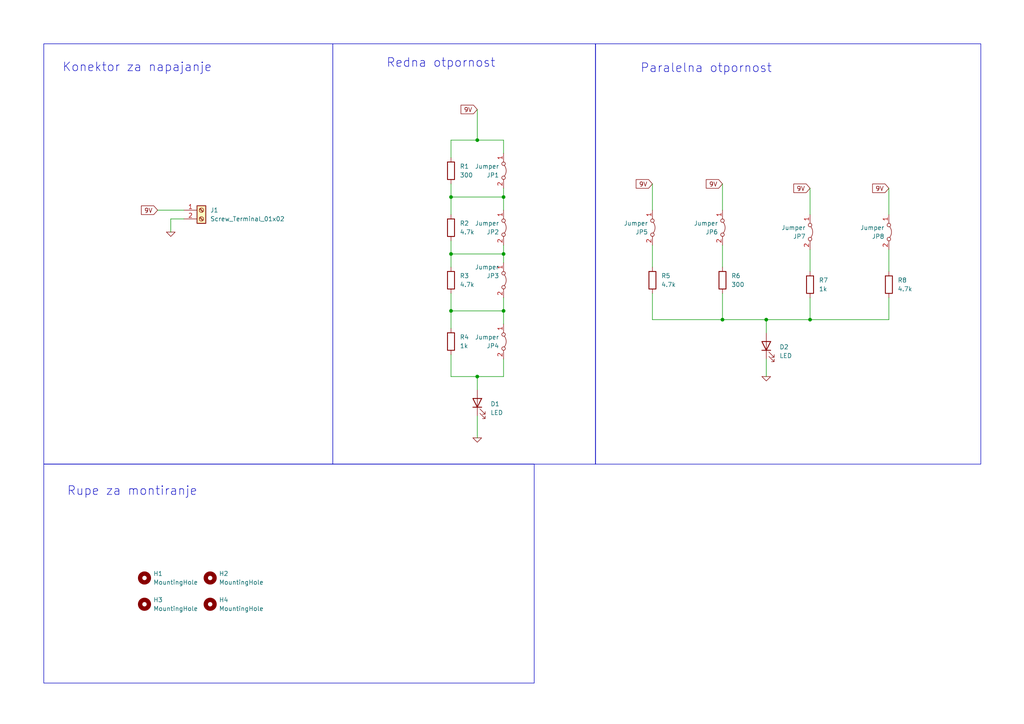
<source format=kicad_sch>
(kicad_sch
	(version 20231120)
	(generator "eeschema")
	(generator_version "8.0")
	(uuid "4bec5ddf-adbf-41fb-a069-c7630bb0044a")
	(paper "A4")
	(title_block
		(title "Redna i paralelna otpornost")
		(date "14.02.2025.")
	)
	(lib_symbols
		(symbol "Connector:Screw_Terminal_01x02"
			(pin_names
				(offset 1.016) hide)
			(exclude_from_sim no)
			(in_bom yes)
			(on_board yes)
			(property "Reference" "J"
				(at 0 2.54 0)
				(effects
					(font
						(size 1.27 1.27)
					)
				)
			)
			(property "Value" "Screw_Terminal_01x02"
				(at 0 -5.08 0)
				(effects
					(font
						(size 1.27 1.27)
					)
				)
			)
			(property "Footprint" ""
				(at 0 0 0)
				(effects
					(font
						(size 1.27 1.27)
					)
					(hide yes)
				)
			)
			(property "Datasheet" "~"
				(at 0 0 0)
				(effects
					(font
						(size 1.27 1.27)
					)
					(hide yes)
				)
			)
			(property "Description" "Generic screw terminal, single row, 01x02, script generated (kicad-library-utils/schlib/autogen/connector/)"
				(at 0 0 0)
				(effects
					(font
						(size 1.27 1.27)
					)
					(hide yes)
				)
			)
			(property "ki_keywords" "screw terminal"
				(at 0 0 0)
				(effects
					(font
						(size 1.27 1.27)
					)
					(hide yes)
				)
			)
			(property "ki_fp_filters" "TerminalBlock*:*"
				(at 0 0 0)
				(effects
					(font
						(size 1.27 1.27)
					)
					(hide yes)
				)
			)
			(symbol "Screw_Terminal_01x02_1_1"
				(rectangle
					(start -1.27 1.27)
					(end 1.27 -3.81)
					(stroke
						(width 0.254)
						(type default)
					)
					(fill
						(type background)
					)
				)
				(circle
					(center 0 -2.54)
					(radius 0.635)
					(stroke
						(width 0.1524)
						(type default)
					)
					(fill
						(type none)
					)
				)
				(polyline
					(pts
						(xy -0.5334 -2.2098) (xy 0.3302 -3.048)
					)
					(stroke
						(width 0.1524)
						(type default)
					)
					(fill
						(type none)
					)
				)
				(polyline
					(pts
						(xy -0.5334 0.3302) (xy 0.3302 -0.508)
					)
					(stroke
						(width 0.1524)
						(type default)
					)
					(fill
						(type none)
					)
				)
				(polyline
					(pts
						(xy -0.3556 -2.032) (xy 0.508 -2.8702)
					)
					(stroke
						(width 0.1524)
						(type default)
					)
					(fill
						(type none)
					)
				)
				(polyline
					(pts
						(xy -0.3556 0.508) (xy 0.508 -0.3302)
					)
					(stroke
						(width 0.1524)
						(type default)
					)
					(fill
						(type none)
					)
				)
				(circle
					(center 0 0)
					(radius 0.635)
					(stroke
						(width 0.1524)
						(type default)
					)
					(fill
						(type none)
					)
				)
				(pin passive line
					(at -5.08 0 0)
					(length 3.81)
					(name "Pin_1"
						(effects
							(font
								(size 1.27 1.27)
							)
						)
					)
					(number "1"
						(effects
							(font
								(size 1.27 1.27)
							)
						)
					)
				)
				(pin passive line
					(at -5.08 -2.54 0)
					(length 3.81)
					(name "Pin_2"
						(effects
							(font
								(size 1.27 1.27)
							)
						)
					)
					(number "2"
						(effects
							(font
								(size 1.27 1.27)
							)
						)
					)
				)
			)
		)
		(symbol "Device:LED"
			(pin_numbers hide)
			(pin_names
				(offset 1.016) hide)
			(exclude_from_sim no)
			(in_bom yes)
			(on_board yes)
			(property "Reference" "D"
				(at 0 2.54 0)
				(effects
					(font
						(size 1.27 1.27)
					)
				)
			)
			(property "Value" "LED"
				(at 0 -2.54 0)
				(effects
					(font
						(size 1.27 1.27)
					)
				)
			)
			(property "Footprint" ""
				(at 0 0 0)
				(effects
					(font
						(size 1.27 1.27)
					)
					(hide yes)
				)
			)
			(property "Datasheet" "~"
				(at 0 0 0)
				(effects
					(font
						(size 1.27 1.27)
					)
					(hide yes)
				)
			)
			(property "Description" "Light emitting diode"
				(at 0 0 0)
				(effects
					(font
						(size 1.27 1.27)
					)
					(hide yes)
				)
			)
			(property "ki_keywords" "LED diode"
				(at 0 0 0)
				(effects
					(font
						(size 1.27 1.27)
					)
					(hide yes)
				)
			)
			(property "ki_fp_filters" "LED* LED_SMD:* LED_THT:*"
				(at 0 0 0)
				(effects
					(font
						(size 1.27 1.27)
					)
					(hide yes)
				)
			)
			(symbol "LED_0_1"
				(polyline
					(pts
						(xy -1.27 -1.27) (xy -1.27 1.27)
					)
					(stroke
						(width 0.254)
						(type default)
					)
					(fill
						(type none)
					)
				)
				(polyline
					(pts
						(xy -1.27 0) (xy 1.27 0)
					)
					(stroke
						(width 0)
						(type default)
					)
					(fill
						(type none)
					)
				)
				(polyline
					(pts
						(xy 1.27 -1.27) (xy 1.27 1.27) (xy -1.27 0) (xy 1.27 -1.27)
					)
					(stroke
						(width 0.254)
						(type default)
					)
					(fill
						(type none)
					)
				)
				(polyline
					(pts
						(xy -3.048 -0.762) (xy -4.572 -2.286) (xy -3.81 -2.286) (xy -4.572 -2.286) (xy -4.572 -1.524)
					)
					(stroke
						(width 0)
						(type default)
					)
					(fill
						(type none)
					)
				)
				(polyline
					(pts
						(xy -1.778 -0.762) (xy -3.302 -2.286) (xy -2.54 -2.286) (xy -3.302 -2.286) (xy -3.302 -1.524)
					)
					(stroke
						(width 0)
						(type default)
					)
					(fill
						(type none)
					)
				)
			)
			(symbol "LED_1_1"
				(pin passive line
					(at -3.81 0 0)
					(length 2.54)
					(name "K"
						(effects
							(font
								(size 1.27 1.27)
							)
						)
					)
					(number "1"
						(effects
							(font
								(size 1.27 1.27)
							)
						)
					)
				)
				(pin passive line
					(at 3.81 0 180)
					(length 2.54)
					(name "A"
						(effects
							(font
								(size 1.27 1.27)
							)
						)
					)
					(number "2"
						(effects
							(font
								(size 1.27 1.27)
							)
						)
					)
				)
			)
		)
		(symbol "Device:R"
			(pin_numbers hide)
			(pin_names
				(offset 0)
			)
			(exclude_from_sim no)
			(in_bom yes)
			(on_board yes)
			(property "Reference" "R"
				(at 2.032 0 90)
				(effects
					(font
						(size 1.27 1.27)
					)
				)
			)
			(property "Value" "R"
				(at 0 0 90)
				(effects
					(font
						(size 1.27 1.27)
					)
				)
			)
			(property "Footprint" ""
				(at -1.778 0 90)
				(effects
					(font
						(size 1.27 1.27)
					)
					(hide yes)
				)
			)
			(property "Datasheet" "~"
				(at 0 0 0)
				(effects
					(font
						(size 1.27 1.27)
					)
					(hide yes)
				)
			)
			(property "Description" "Resistor"
				(at 0 0 0)
				(effects
					(font
						(size 1.27 1.27)
					)
					(hide yes)
				)
			)
			(property "ki_keywords" "R res resistor"
				(at 0 0 0)
				(effects
					(font
						(size 1.27 1.27)
					)
					(hide yes)
				)
			)
			(property "ki_fp_filters" "R_*"
				(at 0 0 0)
				(effects
					(font
						(size 1.27 1.27)
					)
					(hide yes)
				)
			)
			(symbol "R_0_1"
				(rectangle
					(start -1.016 -2.54)
					(end 1.016 2.54)
					(stroke
						(width 0.254)
						(type default)
					)
					(fill
						(type none)
					)
				)
			)
			(symbol "R_1_1"
				(pin passive line
					(at 0 3.81 270)
					(length 1.27)
					(name "~"
						(effects
							(font
								(size 1.27 1.27)
							)
						)
					)
					(number "1"
						(effects
							(font
								(size 1.27 1.27)
							)
						)
					)
				)
				(pin passive line
					(at 0 -3.81 90)
					(length 1.27)
					(name "~"
						(effects
							(font
								(size 1.27 1.27)
							)
						)
					)
					(number "2"
						(effects
							(font
								(size 1.27 1.27)
							)
						)
					)
				)
			)
		)
		(symbol "Jumper:Jumper_2_Bridged"
			(pin_names
				(offset 0) hide)
			(exclude_from_sim no)
			(in_bom yes)
			(on_board yes)
			(property "Reference" "JP"
				(at 0 1.905 0)
				(effects
					(font
						(size 1.27 1.27)
					)
				)
			)
			(property "Value" "Jumper_2_Bridged"
				(at 0 -2.54 0)
				(effects
					(font
						(size 1.27 1.27)
					)
				)
			)
			(property "Footprint" ""
				(at 0 0 0)
				(effects
					(font
						(size 1.27 1.27)
					)
					(hide yes)
				)
			)
			(property "Datasheet" "~"
				(at 0 0 0)
				(effects
					(font
						(size 1.27 1.27)
					)
					(hide yes)
				)
			)
			(property "Description" "Jumper, 2-pole, closed/bridged"
				(at 0 0 0)
				(effects
					(font
						(size 1.27 1.27)
					)
					(hide yes)
				)
			)
			(property "ki_keywords" "Jumper SPST"
				(at 0 0 0)
				(effects
					(font
						(size 1.27 1.27)
					)
					(hide yes)
				)
			)
			(property "ki_fp_filters" "Jumper* TestPoint*2Pads* TestPoint*Bridge*"
				(at 0 0 0)
				(effects
					(font
						(size 1.27 1.27)
					)
					(hide yes)
				)
			)
			(symbol "Jumper_2_Bridged_0_0"
				(circle
					(center -2.032 0)
					(radius 0.508)
					(stroke
						(width 0)
						(type default)
					)
					(fill
						(type none)
					)
				)
				(circle
					(center 2.032 0)
					(radius 0.508)
					(stroke
						(width 0)
						(type default)
					)
					(fill
						(type none)
					)
				)
			)
			(symbol "Jumper_2_Bridged_0_1"
				(arc
					(start 1.524 0.254)
					(mid 0 0.762)
					(end -1.524 0.254)
					(stroke
						(width 0)
						(type default)
					)
					(fill
						(type none)
					)
				)
			)
			(symbol "Jumper_2_Bridged_1_1"
				(pin passive line
					(at -5.08 0 0)
					(length 2.54)
					(name "A"
						(effects
							(font
								(size 1.27 1.27)
							)
						)
					)
					(number "1"
						(effects
							(font
								(size 1.27 1.27)
							)
						)
					)
				)
				(pin passive line
					(at 5.08 0 180)
					(length 2.54)
					(name "B"
						(effects
							(font
								(size 1.27 1.27)
							)
						)
					)
					(number "2"
						(effects
							(font
								(size 1.27 1.27)
							)
						)
					)
				)
			)
		)
		(symbol "Mechanical:MountingHole"
			(pin_names
				(offset 1.016)
			)
			(exclude_from_sim no)
			(in_bom yes)
			(on_board yes)
			(property "Reference" "H"
				(at 0 5.08 0)
				(effects
					(font
						(size 1.27 1.27)
					)
				)
			)
			(property "Value" "MountingHole"
				(at 0 3.175 0)
				(effects
					(font
						(size 1.27 1.27)
					)
				)
			)
			(property "Footprint" ""
				(at 0 0 0)
				(effects
					(font
						(size 1.27 1.27)
					)
					(hide yes)
				)
			)
			(property "Datasheet" "~"
				(at 0 0 0)
				(effects
					(font
						(size 1.27 1.27)
					)
					(hide yes)
				)
			)
			(property "Description" "Mounting Hole without connection"
				(at 0 0 0)
				(effects
					(font
						(size 1.27 1.27)
					)
					(hide yes)
				)
			)
			(property "ki_keywords" "mounting hole"
				(at 0 0 0)
				(effects
					(font
						(size 1.27 1.27)
					)
					(hide yes)
				)
			)
			(property "ki_fp_filters" "MountingHole*"
				(at 0 0 0)
				(effects
					(font
						(size 1.27 1.27)
					)
					(hide yes)
				)
			)
			(symbol "MountingHole_0_1"
				(circle
					(center 0 0)
					(radius 1.27)
					(stroke
						(width 1.27)
						(type default)
					)
					(fill
						(type none)
					)
				)
			)
		)
		(symbol "Simulation_SPICE:0"
			(power)
			(pin_names
				(offset 0)
			)
			(exclude_from_sim no)
			(in_bom yes)
			(on_board yes)
			(property "Reference" "#GND"
				(at 0 -2.54 0)
				(effects
					(font
						(size 1.27 1.27)
					)
					(hide yes)
				)
			)
			(property "Value" "0"
				(at 0 -1.778 0)
				(effects
					(font
						(size 1.27 1.27)
					)
				)
			)
			(property "Footprint" ""
				(at 0 0 0)
				(effects
					(font
						(size 1.27 1.27)
					)
					(hide yes)
				)
			)
			(property "Datasheet" "~"
				(at 0 0 0)
				(effects
					(font
						(size 1.27 1.27)
					)
					(hide yes)
				)
			)
			(property "Description" "0V reference potential for simulation"
				(at 0 0 0)
				(effects
					(font
						(size 1.27 1.27)
					)
					(hide yes)
				)
			)
			(property "ki_keywords" "simulation"
				(at 0 0 0)
				(effects
					(font
						(size 1.27 1.27)
					)
					(hide yes)
				)
			)
			(symbol "0_0_1"
				(polyline
					(pts
						(xy -1.27 0) (xy 0 -1.27) (xy 1.27 0) (xy -1.27 0)
					)
					(stroke
						(width 0)
						(type default)
					)
					(fill
						(type none)
					)
				)
			)
			(symbol "0_1_1"
				(pin power_in line
					(at 0 0 0)
					(length 0) hide
					(name "0"
						(effects
							(font
								(size 1.016 1.016)
							)
						)
					)
					(number "1"
						(effects
							(font
								(size 1.016 1.016)
							)
						)
					)
				)
			)
		)
	)
	(junction
		(at 138.43 40.64)
		(diameter 0)
		(color 0 0 0 0)
		(uuid "28359f30-473d-438d-8026-f332cae6e9da")
	)
	(junction
		(at 222.25 92.71)
		(diameter 0)
		(color 0 0 0 0)
		(uuid "4285b38a-3bcf-4dee-8558-a23177b8898b")
	)
	(junction
		(at 234.95 92.71)
		(diameter 0)
		(color 0 0 0 0)
		(uuid "54cc0ed7-a1e4-4f1d-9516-897777585cb5")
	)
	(junction
		(at 146.05 57.15)
		(diameter 0)
		(color 0 0 0 0)
		(uuid "61798637-91a5-4f7c-a318-152a44b43dbc")
	)
	(junction
		(at 130.81 73.66)
		(diameter 0)
		(color 0 0 0 0)
		(uuid "688a633b-ea5b-4532-9aa6-cc2a546ab1cc")
	)
	(junction
		(at 130.81 57.15)
		(diameter 0)
		(color 0 0 0 0)
		(uuid "71ea5f28-9e42-49bc-bb69-94b48b8e9ae3")
	)
	(junction
		(at 209.55 92.71)
		(diameter 0)
		(color 0 0 0 0)
		(uuid "7c1766ce-eb91-457c-a2c1-960643d4662b")
	)
	(junction
		(at 146.05 90.17)
		(diameter 0)
		(color 0 0 0 0)
		(uuid "873c78dd-8bf4-4ede-92c3-9bba063ebd49")
	)
	(junction
		(at 138.43 109.22)
		(diameter 0)
		(color 0 0 0 0)
		(uuid "9b32aed4-fcaf-4167-b502-2f8a3803714e")
	)
	(junction
		(at 130.81 90.17)
		(diameter 0)
		(color 0 0 0 0)
		(uuid "a11dfbe8-0e8c-4b74-a10e-dd6ddfd003e1")
	)
	(junction
		(at 146.05 73.66)
		(diameter 0)
		(color 0 0 0 0)
		(uuid "c34e9315-b142-4baf-aa65-3851c9a892af")
	)
	(wire
		(pts
			(xy 130.81 90.17) (xy 130.81 95.25)
		)
		(stroke
			(width 0)
			(type default)
		)
		(uuid "0530f049-245d-48d3-9ddd-b3571f16de75")
	)
	(wire
		(pts
			(xy 130.81 40.64) (xy 130.81 45.72)
		)
		(stroke
			(width 0)
			(type default)
		)
		(uuid "10f7f194-1784-408c-9caa-04247f945ae3")
	)
	(wire
		(pts
			(xy 130.81 102.87) (xy 130.81 109.22)
		)
		(stroke
			(width 0)
			(type default)
		)
		(uuid "246c7c52-2263-45e1-ad4f-099824dbc729")
	)
	(wire
		(pts
			(xy 234.95 86.36) (xy 234.95 92.71)
		)
		(stroke
			(width 0)
			(type default)
		)
		(uuid "2f90c028-f1c8-494f-af45-cc07feb082ff")
	)
	(wire
		(pts
			(xy 209.55 92.71) (xy 222.25 92.71)
		)
		(stroke
			(width 0)
			(type default)
		)
		(uuid "3d37b932-ee36-4e25-b9f6-dea61057c165")
	)
	(wire
		(pts
			(xy 130.81 69.85) (xy 130.81 73.66)
		)
		(stroke
			(width 0)
			(type default)
		)
		(uuid "40c4da73-0e01-4aa4-9386-1a76374d8d02")
	)
	(wire
		(pts
			(xy 146.05 40.64) (xy 146.05 44.45)
		)
		(stroke
			(width 0)
			(type default)
		)
		(uuid "46c28472-eced-408c-b6f0-6e5dbfe551b5")
	)
	(wire
		(pts
			(xy 130.81 40.64) (xy 138.43 40.64)
		)
		(stroke
			(width 0)
			(type default)
		)
		(uuid "482a67ab-2366-4387-9c36-71e000f1433d")
	)
	(wire
		(pts
			(xy 146.05 90.17) (xy 146.05 93.98)
		)
		(stroke
			(width 0)
			(type default)
		)
		(uuid "52b71cff-ce35-4253-a243-c3f9e24c97eb")
	)
	(wire
		(pts
			(xy 146.05 109.22) (xy 138.43 109.22)
		)
		(stroke
			(width 0)
			(type default)
		)
		(uuid "5d3c67d8-9348-4cf7-9847-96ad30f1d26a")
	)
	(wire
		(pts
			(xy 146.05 73.66) (xy 146.05 71.12)
		)
		(stroke
			(width 0)
			(type default)
		)
		(uuid "602ad33a-46c0-4ba9-b693-395ea4517d98")
	)
	(wire
		(pts
			(xy 209.55 85.09) (xy 209.55 92.71)
		)
		(stroke
			(width 0)
			(type default)
		)
		(uuid "62a3790a-440a-4cb1-b38a-b555e88afbb0")
	)
	(wire
		(pts
			(xy 53.34 60.96) (xy 45.72 60.96)
		)
		(stroke
			(width 0)
			(type default)
		)
		(uuid "65122e7f-9906-440c-babe-53ce0ff1e12c")
	)
	(wire
		(pts
			(xy 130.81 57.15) (xy 130.81 62.23)
		)
		(stroke
			(width 0)
			(type default)
		)
		(uuid "6e2b0665-8bf6-4df2-b454-e01bf6f81110")
	)
	(wire
		(pts
			(xy 189.23 92.71) (xy 209.55 92.71)
		)
		(stroke
			(width 0)
			(type default)
		)
		(uuid "7ddec014-fd5c-4c10-ba3c-aa9a69bdc903")
	)
	(wire
		(pts
			(xy 189.23 85.09) (xy 189.23 92.71)
		)
		(stroke
			(width 0)
			(type default)
		)
		(uuid "84c5d4fe-42c0-4552-89b6-efcb571b84b7")
	)
	(wire
		(pts
			(xy 189.23 53.34) (xy 189.23 60.96)
		)
		(stroke
			(width 0)
			(type default)
		)
		(uuid "87c7f87a-ccd3-49aa-891e-eb25ff31274c")
	)
	(wire
		(pts
			(xy 222.25 92.71) (xy 222.25 96.52)
		)
		(stroke
			(width 0)
			(type default)
		)
		(uuid "933b9188-7416-4626-b952-33458f61175a")
	)
	(wire
		(pts
			(xy 189.23 71.12) (xy 189.23 77.47)
		)
		(stroke
			(width 0)
			(type default)
		)
		(uuid "9d472aa0-dea7-4f0a-a1b6-6a6d3e1cd921")
	)
	(wire
		(pts
			(xy 209.55 71.12) (xy 209.55 77.47)
		)
		(stroke
			(width 0)
			(type default)
		)
		(uuid "9ff0d05e-0fd8-4cd5-bcca-ae6bb2bfb409")
	)
	(wire
		(pts
			(xy 130.81 73.66) (xy 130.81 77.47)
		)
		(stroke
			(width 0)
			(type default)
		)
		(uuid "a1927151-6f4f-4af3-a25e-e533c8d53c64")
	)
	(wire
		(pts
			(xy 138.43 31.75) (xy 138.43 40.64)
		)
		(stroke
			(width 0)
			(type default)
		)
		(uuid "a22b3d22-9df6-4a5c-b955-da70db8e4ba0")
	)
	(wire
		(pts
			(xy 222.25 92.71) (xy 234.95 92.71)
		)
		(stroke
			(width 0)
			(type default)
		)
		(uuid "a5dd9ac8-7d67-4479-8801-48100ccd04aa")
	)
	(wire
		(pts
			(xy 234.95 92.71) (xy 257.81 92.71)
		)
		(stroke
			(width 0)
			(type default)
		)
		(uuid "a9cbbabe-e744-4fab-93bf-b36061c75c51")
	)
	(wire
		(pts
			(xy 130.81 85.09) (xy 130.81 90.17)
		)
		(stroke
			(width 0)
			(type default)
		)
		(uuid "aa239206-031f-4e26-8008-bb1996d25d7d")
	)
	(wire
		(pts
			(xy 146.05 73.66) (xy 146.05 76.2)
		)
		(stroke
			(width 0)
			(type default)
		)
		(uuid "ae254b71-0516-4929-8e67-8a3dcd59405e")
	)
	(wire
		(pts
			(xy 257.81 72.39) (xy 257.81 78.74)
		)
		(stroke
			(width 0)
			(type default)
		)
		(uuid "b1b3081c-743d-4dd4-b4a8-5df0dd15a40d")
	)
	(wire
		(pts
			(xy 257.81 86.36) (xy 257.81 92.71)
		)
		(stroke
			(width 0)
			(type default)
		)
		(uuid "b5975ca5-3b99-479c-bd66-be5ee671f27f")
	)
	(wire
		(pts
			(xy 130.81 90.17) (xy 146.05 90.17)
		)
		(stroke
			(width 0)
			(type default)
		)
		(uuid "b6e9253d-dacb-4cc4-b229-5c6646f8308d")
	)
	(wire
		(pts
			(xy 209.55 53.34) (xy 209.55 60.96)
		)
		(stroke
			(width 0)
			(type default)
		)
		(uuid "b83cbce5-1371-41b7-881a-ca0fad42489d")
	)
	(wire
		(pts
			(xy 146.05 86.36) (xy 146.05 90.17)
		)
		(stroke
			(width 0)
			(type default)
		)
		(uuid "bb087a37-ef0f-4074-8388-b30038a8e3b9")
	)
	(wire
		(pts
			(xy 130.81 57.15) (xy 146.05 57.15)
		)
		(stroke
			(width 0)
			(type default)
		)
		(uuid "c079d424-8f06-431c-bec3-45676c4606d7")
	)
	(wire
		(pts
			(xy 234.95 72.39) (xy 234.95 78.74)
		)
		(stroke
			(width 0)
			(type default)
		)
		(uuid "c5af33f0-3aa5-4db4-b40a-99d9dc54003e")
	)
	(wire
		(pts
			(xy 49.53 63.5) (xy 53.34 63.5)
		)
		(stroke
			(width 0)
			(type default)
		)
		(uuid "c8841d33-7036-40c0-b328-88b7fa2a063c")
	)
	(wire
		(pts
			(xy 130.81 53.34) (xy 130.81 57.15)
		)
		(stroke
			(width 0)
			(type default)
		)
		(uuid "d13148a3-38a2-48b2-bc9e-c724ebe5da9b")
	)
	(wire
		(pts
			(xy 146.05 57.15) (xy 146.05 60.96)
		)
		(stroke
			(width 0)
			(type default)
		)
		(uuid "dabf0cfc-dcb3-4364-a15c-cf804a9370da")
	)
	(wire
		(pts
			(xy 138.43 120.65) (xy 138.43 127)
		)
		(stroke
			(width 0)
			(type default)
		)
		(uuid "e09a9d02-eab3-4979-9cad-e3c2c60d9686")
	)
	(wire
		(pts
			(xy 234.95 54.61) (xy 234.95 62.23)
		)
		(stroke
			(width 0)
			(type default)
		)
		(uuid "e4b5f5f2-9bd4-43ac-b424-1740bca66faf")
	)
	(wire
		(pts
			(xy 146.05 104.14) (xy 146.05 109.22)
		)
		(stroke
			(width 0)
			(type default)
		)
		(uuid "e4d8cb49-a33f-4bf3-b16e-ef625f01895a")
	)
	(wire
		(pts
			(xy 138.43 40.64) (xy 146.05 40.64)
		)
		(stroke
			(width 0)
			(type default)
		)
		(uuid "e615d72c-4058-4220-91e9-652cf89aaafe")
	)
	(wire
		(pts
			(xy 130.81 73.66) (xy 146.05 73.66)
		)
		(stroke
			(width 0)
			(type default)
		)
		(uuid "ee54fe7b-8da6-48d0-926a-39f75cc31914")
	)
	(wire
		(pts
			(xy 130.81 109.22) (xy 138.43 109.22)
		)
		(stroke
			(width 0)
			(type default)
		)
		(uuid "f3978f4f-6a2f-495b-b2c1-4cf2b64efdaf")
	)
	(wire
		(pts
			(xy 222.25 104.14) (xy 222.25 109.22)
		)
		(stroke
			(width 0)
			(type default)
		)
		(uuid "f4ad0b03-3b77-4ef7-b4b9-415587baeb17")
	)
	(wire
		(pts
			(xy 49.53 63.5) (xy 49.53 67.31)
		)
		(stroke
			(width 0)
			(type default)
		)
		(uuid "f6a3c51d-3db5-4f44-8c2a-3ff5d0d5bcbc")
	)
	(wire
		(pts
			(xy 146.05 57.15) (xy 146.05 54.61)
		)
		(stroke
			(width 0)
			(type default)
		)
		(uuid "fb5c3637-ba3e-4cfc-aedd-064924b887ce")
	)
	(wire
		(pts
			(xy 138.43 109.22) (xy 138.43 113.03)
		)
		(stroke
			(width 0)
			(type default)
		)
		(uuid "fcd76a20-1f3d-424c-92fb-9e067b2ecaf4")
	)
	(wire
		(pts
			(xy 257.81 54.61) (xy 257.81 62.23)
		)
		(stroke
			(width 0)
			(type default)
		)
		(uuid "fea08b95-983b-4e61-ac06-8403f7e699d7")
	)
	(rectangle
		(start 12.7 12.7)
		(end 96.52 134.62)
		(stroke
			(width 0)
			(type default)
		)
		(fill
			(type none)
		)
		(uuid 2e57c3fd-abbd-457a-8813-a13913f51f2d)
	)
	(rectangle
		(start 96.52 12.7)
		(end 172.72 134.62)
		(stroke
			(width 0)
			(type default)
		)
		(fill
			(type none)
		)
		(uuid 32e2cb8c-111a-41a4-8418-16eacd71d4bb)
	)
	(rectangle
		(start 12.7 134.62)
		(end 154.94 198.12)
		(stroke
			(width 0)
			(type default)
		)
		(fill
			(type none)
		)
		(uuid 7edff990-3ada-42a6-9be8-f0d62348deea)
	)
	(rectangle
		(start 172.72 12.7)
		(end 284.48 134.62)
		(stroke
			(width 0)
			(type default)
		)
		(fill
			(type none)
		)
		(uuid b1e26c79-f256-4eec-9255-412499c97251)
	)
	(text "Konektor za napajanje"
		(exclude_from_sim no)
		(at 18.034 21.082 0)
		(effects
			(font
				(size 2.54 2.54)
			)
			(justify left bottom)
		)
		(uuid "545dd991-b209-4b5c-84ff-c673315ab54e")
	)
	(text "Rupe za montiranje"
		(exclude_from_sim no)
		(at 38.354 142.494 0)
		(effects
			(font
				(size 2.54 2.54)
			)
		)
		(uuid "7f2ff369-1316-447e-bd1f-ceabb0ea6030")
	)
	(text "Paralelna otpornost\n"
		(exclude_from_sim no)
		(at 185.674 21.336 0)
		(effects
			(font
				(size 2.54 2.54)
			)
			(justify left bottom)
		)
		(uuid "aa184478-078a-4a0f-8014-fb886a752262")
	)
	(text "Redna otpornost\n"
		(exclude_from_sim no)
		(at 112.014 19.812 0)
		(effects
			(font
				(size 2.54 2.54)
			)
			(justify left bottom)
		)
		(uuid "b08bf2d3-f186-46b9-8706-0a28f767795e")
	)
	(global_label "9V"
		(shape input)
		(at 189.23 53.34 180)
		(fields_autoplaced yes)
		(effects
			(font
				(size 1.27 1.27)
			)
			(justify right)
		)
		(uuid "05100cc9-a243-4b3f-887c-e07b06059114")
		(property "Intersheetrefs" "${INTERSHEET_REFS}"
			(at 183.9467 53.34 0)
			(effects
				(font
					(size 1.27 1.27)
				)
				(justify right)
				(hide yes)
			)
		)
	)
	(global_label "9V"
		(shape input)
		(at 138.43 31.75 180)
		(fields_autoplaced yes)
		(effects
			(font
				(size 1.27 1.27)
			)
			(justify right)
		)
		(uuid "0fb6402e-b6e8-407c-81b3-0d1d489e365a")
		(property "Intersheetrefs" "${INTERSHEET_REFS}"
			(at 133.1467 31.75 0)
			(effects
				(font
					(size 1.27 1.27)
				)
				(justify right)
				(hide yes)
			)
		)
	)
	(global_label "9V"
		(shape input)
		(at 45.72 60.96 180)
		(fields_autoplaced yes)
		(effects
			(font
				(size 1.27 1.27)
			)
			(justify right)
		)
		(uuid "18ec2ac0-7c58-4c9a-9b74-55524df268b3")
		(property "Intersheetrefs" "${INTERSHEET_REFS}"
			(at 40.4367 60.96 0)
			(effects
				(font
					(size 1.27 1.27)
				)
				(justify right)
				(hide yes)
			)
		)
	)
	(global_label "9V"
		(shape input)
		(at 257.81 54.61 180)
		(fields_autoplaced yes)
		(effects
			(font
				(size 1.27 1.27)
			)
			(justify right)
		)
		(uuid "3927bfb2-9123-4b6f-941f-39618d9f6b40")
		(property "Intersheetrefs" "${INTERSHEET_REFS}"
			(at 252.5267 54.61 0)
			(effects
				(font
					(size 1.27 1.27)
				)
				(justify right)
				(hide yes)
			)
		)
	)
	(global_label "9V"
		(shape input)
		(at 209.55 53.34 180)
		(fields_autoplaced yes)
		(effects
			(font
				(size 1.27 1.27)
			)
			(justify right)
		)
		(uuid "ba903663-746f-450d-bf0a-e0840112092b")
		(property "Intersheetrefs" "${INTERSHEET_REFS}"
			(at 204.2667 53.34 0)
			(effects
				(font
					(size 1.27 1.27)
				)
				(justify right)
				(hide yes)
			)
		)
	)
	(global_label "9V"
		(shape input)
		(at 234.95 54.61 180)
		(fields_autoplaced yes)
		(effects
			(font
				(size 1.27 1.27)
			)
			(justify right)
		)
		(uuid "cd97f2b1-6e16-4831-949a-b48f310bebd0")
		(property "Intersheetrefs" "${INTERSHEET_REFS}"
			(at 229.6667 54.61 0)
			(effects
				(font
					(size 1.27 1.27)
				)
				(justify right)
				(hide yes)
			)
		)
	)
	(symbol
		(lib_id "Device:R")
		(at 130.81 81.28 0)
		(unit 1)
		(exclude_from_sim no)
		(in_bom yes)
		(on_board yes)
		(dnp no)
		(uuid "0a2e286b-bbb7-482e-b5df-cfd37eb6e3c1")
		(property "Reference" "R3"
			(at 133.35 80.01 0)
			(effects
				(font
					(size 1.27 1.27)
				)
				(justify left)
			)
		)
		(property "Value" "4.7k"
			(at 133.35 82.55 0)
			(effects
				(font
					(size 1.27 1.27)
				)
				(justify left)
			)
		)
		(property "Footprint" "PEP_library:R_smd"
			(at 129.032 81.28 90)
			(effects
				(font
					(size 1.27 1.27)
				)
				(hide yes)
			)
		)
		(property "Datasheet" "~"
			(at 130.81 81.28 0)
			(effects
				(font
					(size 1.27 1.27)
				)
				(hide yes)
			)
		)
		(property "Description" ""
			(at 130.81 81.28 0)
			(effects
				(font
					(size 1.27 1.27)
				)
				(hide yes)
			)
		)
		(pin "1"
			(uuid "3eb06263-2881-4e44-8119-52ddde7c2582")
		)
		(pin "2"
			(uuid "1c6eb7d3-09f4-4a05-ba01-ea6611f23597")
		)
		(instances
			(project "PEP003-redna_i_paralelna_otpornost"
				(path "/4bec5ddf-adbf-41fb-a069-c7630bb0044a"
					(reference "R3")
					(unit 1)
				)
			)
		)
	)
	(symbol
		(lib_id "Mechanical:MountingHole")
		(at 41.91 175.26 0)
		(unit 1)
		(exclude_from_sim no)
		(in_bom yes)
		(on_board yes)
		(dnp no)
		(fields_autoplaced yes)
		(uuid "0c3764e9-1df8-4553-89ea-56bfbfbc7b81")
		(property "Reference" "H3"
			(at 44.45 173.99 0)
			(effects
				(font
					(size 1.27 1.27)
				)
				(justify left)
			)
		)
		(property "Value" "MountingHole"
			(at 44.45 176.53 0)
			(effects
				(font
					(size 1.27 1.27)
				)
				(justify left)
			)
		)
		(property "Footprint" "MountingHole:MountingHole_3.2mm_M3_ISO14580_Pad_TopBottom"
			(at 41.91 175.26 0)
			(effects
				(font
					(size 1.27 1.27)
				)
				(hide yes)
			)
		)
		(property "Datasheet" "~"
			(at 41.91 175.26 0)
			(effects
				(font
					(size 1.27 1.27)
				)
				(hide yes)
			)
		)
		(property "Description" ""
			(at 41.91 175.26 0)
			(effects
				(font
					(size 1.27 1.27)
				)
				(hide yes)
			)
		)
		(instances
			(project "45x45_template"
				(path "/4bec5ddf-adbf-41fb-a069-c7630bb0044a"
					(reference "H3")
					(unit 1)
				)
			)
		)
	)
	(symbol
		(lib_id "Jumper:Jumper_2_Bridged")
		(at 146.05 81.28 270)
		(unit 1)
		(exclude_from_sim no)
		(in_bom yes)
		(on_board yes)
		(dnp no)
		(uuid "109861e3-ce3a-438f-a230-c2d4f23acef2")
		(property "Reference" "JP3"
			(at 144.78 80.01 90)
			(effects
				(font
					(size 1.27 1.27)
				)
				(justify right)
			)
		)
		(property "Value" "Jumper"
			(at 144.78 77.47 90)
			(effects
				(font
					(size 1.27 1.27)
				)
				(justify right)
			)
		)
		(property "Footprint" "Connector_PinHeader_2.54mm:PinHeader_1x02_P2.54mm_Vertical"
			(at 146.05 81.28 0)
			(effects
				(font
					(size 1.27 1.27)
				)
				(hide yes)
			)
		)
		(property "Datasheet" "~"
			(at 146.05 81.28 0)
			(effects
				(font
					(size 1.27 1.27)
				)
				(hide yes)
			)
		)
		(property "Description" ""
			(at 146.05 81.28 0)
			(effects
				(font
					(size 1.27 1.27)
				)
				(hide yes)
			)
		)
		(pin "2"
			(uuid "5e8dbd61-e228-4c6a-8f8d-d287fb3807a5")
		)
		(pin "1"
			(uuid "af7c4e23-ec22-4cfb-8cf3-b96ba6012198")
		)
		(instances
			(project "PEP003-redna_i_paralelna_otpornost"
				(path "/4bec5ddf-adbf-41fb-a069-c7630bb0044a"
					(reference "JP3")
					(unit 1)
				)
			)
		)
	)
	(symbol
		(lib_id "Simulation_SPICE:0")
		(at 138.43 127 0)
		(unit 1)
		(exclude_from_sim no)
		(in_bom yes)
		(on_board yes)
		(dnp no)
		(fields_autoplaced yes)
		(uuid "18e620a5-ae76-4099-9a7c-3340900d139f")
		(property "Reference" "#GND02"
			(at 138.43 129.54 0)
			(effects
				(font
					(size 1.27 1.27)
				)
				(hide yes)
			)
		)
		(property "Value" "0"
			(at 138.43 124.46 0)
			(effects
				(font
					(size 1.27 1.27)
				)
				(hide yes)
			)
		)
		(property "Footprint" ""
			(at 138.43 127 0)
			(effects
				(font
					(size 1.27 1.27)
				)
				(hide yes)
			)
		)
		(property "Datasheet" "~"
			(at 138.43 127 0)
			(effects
				(font
					(size 1.27 1.27)
				)
				(hide yes)
			)
		)
		(property "Description" ""
			(at 138.43 127 0)
			(effects
				(font
					(size 1.27 1.27)
				)
				(hide yes)
			)
		)
		(pin "1"
			(uuid "6137274d-d467-4759-a600-908d35b18de4")
		)
		(instances
			(project "PEP003-redna_i_paralelna_otpornost"
				(path "/4bec5ddf-adbf-41fb-a069-c7630bb0044a"
					(reference "#GND02")
					(unit 1)
				)
			)
		)
	)
	(symbol
		(lib_id "Jumper:Jumper_2_Bridged")
		(at 146.05 99.06 270)
		(unit 1)
		(exclude_from_sim no)
		(in_bom yes)
		(on_board yes)
		(dnp no)
		(fields_autoplaced yes)
		(uuid "23d5b3db-97ed-4edb-bcf1-39b1da50b1a8")
		(property "Reference" "JP4"
			(at 144.78 100.33 90)
			(effects
				(font
					(size 1.27 1.27)
				)
				(justify right)
			)
		)
		(property "Value" "Jumper"
			(at 144.78 97.79 90)
			(effects
				(font
					(size 1.27 1.27)
				)
				(justify right)
			)
		)
		(property "Footprint" "Connector_PinHeader_2.54mm:PinHeader_1x02_P2.54mm_Vertical"
			(at 146.05 99.06 0)
			(effects
				(font
					(size 1.27 1.27)
				)
				(hide yes)
			)
		)
		(property "Datasheet" "~"
			(at 146.05 99.06 0)
			(effects
				(font
					(size 1.27 1.27)
				)
				(hide yes)
			)
		)
		(property "Description" ""
			(at 146.05 99.06 0)
			(effects
				(font
					(size 1.27 1.27)
				)
				(hide yes)
			)
		)
		(pin "2"
			(uuid "b7d9a8ff-f8ad-44d8-a998-189b8f3f86d1")
		)
		(pin "1"
			(uuid "1d255f7b-60ca-44de-9047-a2b78a381407")
		)
		(instances
			(project "PEP003-redna_i_paralelna_otpornost"
				(path "/4bec5ddf-adbf-41fb-a069-c7630bb0044a"
					(reference "JP4")
					(unit 1)
				)
			)
		)
	)
	(symbol
		(lib_id "Device:R")
		(at 130.81 49.53 0)
		(unit 1)
		(exclude_from_sim no)
		(in_bom yes)
		(on_board yes)
		(dnp no)
		(fields_autoplaced yes)
		(uuid "2fa54441-7643-44a6-99a9-a8374ffbdd70")
		(property "Reference" "R1"
			(at 133.35 48.26 0)
			(effects
				(font
					(size 1.27 1.27)
				)
				(justify left)
			)
		)
		(property "Value" "300"
			(at 133.35 50.8 0)
			(effects
				(font
					(size 1.27 1.27)
				)
				(justify left)
			)
		)
		(property "Footprint" "PEP_library:R_smd"
			(at 129.032 49.53 90)
			(effects
				(font
					(size 1.27 1.27)
				)
				(hide yes)
			)
		)
		(property "Datasheet" "~"
			(at 130.81 49.53 0)
			(effects
				(font
					(size 1.27 1.27)
				)
				(hide yes)
			)
		)
		(property "Description" ""
			(at 130.81 49.53 0)
			(effects
				(font
					(size 1.27 1.27)
				)
				(hide yes)
			)
		)
		(pin "1"
			(uuid "1e2ddcec-3a6f-4fed-b5af-3a9975e569b1")
		)
		(pin "2"
			(uuid "82da4ce0-090d-47a9-b4bc-b78decd4fc78")
		)
		(instances
			(project "PEP003-redna_i_paralelna_otpornost"
				(path "/4bec5ddf-adbf-41fb-a069-c7630bb0044a"
					(reference "R1")
					(unit 1)
				)
			)
		)
	)
	(symbol
		(lib_id "Jumper:Jumper_2_Bridged")
		(at 146.05 49.53 270)
		(unit 1)
		(exclude_from_sim no)
		(in_bom yes)
		(on_board yes)
		(dnp no)
		(fields_autoplaced yes)
		(uuid "43068012-13cf-47c8-9f6f-403bd68e5f58")
		(property "Reference" "JP1"
			(at 144.78 50.8 90)
			(effects
				(font
					(size 1.27 1.27)
				)
				(justify right)
			)
		)
		(property "Value" "Jumper"
			(at 144.78 48.26 90)
			(effects
				(font
					(size 1.27 1.27)
				)
				(justify right)
			)
		)
		(property "Footprint" "Connector_PinHeader_2.54mm:PinHeader_1x02_P2.54mm_Vertical"
			(at 146.05 49.53 0)
			(effects
				(font
					(size 1.27 1.27)
				)
				(hide yes)
			)
		)
		(property "Datasheet" "~"
			(at 146.05 49.53 0)
			(effects
				(font
					(size 1.27 1.27)
				)
				(hide yes)
			)
		)
		(property "Description" ""
			(at 146.05 49.53 0)
			(effects
				(font
					(size 1.27 1.27)
				)
				(hide yes)
			)
		)
		(pin "2"
			(uuid "774f91c1-79e4-48e2-9181-57965a5cc4aa")
		)
		(pin "1"
			(uuid "c3471391-b4eb-4042-a263-6c72c1f469e3")
		)
		(instances
			(project "PEP003-redna_i_paralelna_otpornost"
				(path "/4bec5ddf-adbf-41fb-a069-c7630bb0044a"
					(reference "JP1")
					(unit 1)
				)
			)
		)
	)
	(symbol
		(lib_id "Jumper:Jumper_2_Bridged")
		(at 146.05 66.04 270)
		(unit 1)
		(exclude_from_sim no)
		(in_bom yes)
		(on_board yes)
		(dnp no)
		(fields_autoplaced yes)
		(uuid "4b22a29b-48a0-4ac5-9830-1bcd251c8dc4")
		(property "Reference" "JP2"
			(at 144.78 67.31 90)
			(effects
				(font
					(size 1.27 1.27)
				)
				(justify right)
			)
		)
		(property "Value" "Jumper"
			(at 144.78 64.77 90)
			(effects
				(font
					(size 1.27 1.27)
				)
				(justify right)
			)
		)
		(property "Footprint" "Connector_PinHeader_2.54mm:PinHeader_1x02_P2.54mm_Vertical"
			(at 146.05 66.04 0)
			(effects
				(font
					(size 1.27 1.27)
				)
				(hide yes)
			)
		)
		(property "Datasheet" "~"
			(at 146.05 66.04 0)
			(effects
				(font
					(size 1.27 1.27)
				)
				(hide yes)
			)
		)
		(property "Description" ""
			(at 146.05 66.04 0)
			(effects
				(font
					(size 1.27 1.27)
				)
				(hide yes)
			)
		)
		(pin "2"
			(uuid "46ed1815-7e1a-4774-9897-0d996cd9998d")
		)
		(pin "1"
			(uuid "d253a767-f2fc-4242-9639-ba193dc99ab7")
		)
		(instances
			(project "PEP003-redna_i_paralelna_otpornost"
				(path "/4bec5ddf-adbf-41fb-a069-c7630bb0044a"
					(reference "JP2")
					(unit 1)
				)
			)
		)
	)
	(symbol
		(lib_id "Device:R")
		(at 189.23 81.28 180)
		(unit 1)
		(exclude_from_sim no)
		(in_bom yes)
		(on_board yes)
		(dnp no)
		(fields_autoplaced yes)
		(uuid "629b135a-b097-4c58-ba88-96b62e5d67c4")
		(property "Reference" "R5"
			(at 191.77 80.01 0)
			(effects
				(font
					(size 1.27 1.27)
				)
				(justify right)
			)
		)
		(property "Value" "4.7k"
			(at 191.77 82.55 0)
			(effects
				(font
					(size 1.27 1.27)
				)
				(justify right)
			)
		)
		(property "Footprint" "PEP_library:R_smd"
			(at 191.008 81.28 90)
			(effects
				(font
					(size 1.27 1.27)
				)
				(hide yes)
			)
		)
		(property "Datasheet" "~"
			(at 189.23 81.28 0)
			(effects
				(font
					(size 1.27 1.27)
				)
				(hide yes)
			)
		)
		(property "Description" ""
			(at 189.23 81.28 0)
			(effects
				(font
					(size 1.27 1.27)
				)
				(hide yes)
			)
		)
		(pin "1"
			(uuid "ec903d46-b8c7-430b-8f2e-c11d1433f2eb")
		)
		(pin "2"
			(uuid "7eb72b52-1386-46e8-ae00-43132c18479a")
		)
		(instances
			(project "PEP003-redna_i_paralelna_otpornost"
				(path "/4bec5ddf-adbf-41fb-a069-c7630bb0044a"
					(reference "R5")
					(unit 1)
				)
			)
		)
	)
	(symbol
		(lib_id "Device:LED")
		(at 222.25 100.33 90)
		(unit 1)
		(exclude_from_sim no)
		(in_bom yes)
		(on_board yes)
		(dnp no)
		(fields_autoplaced yes)
		(uuid "6829e9dc-dc72-4f3b-8153-b99c2bbc3590")
		(property "Reference" "D2"
			(at 226.06 100.6475 90)
			(effects
				(font
					(size 1.27 1.27)
				)
				(justify right)
			)
		)
		(property "Value" "LED"
			(at 226.06 103.1875 90)
			(effects
				(font
					(size 1.27 1.27)
				)
				(justify right)
			)
		)
		(property "Footprint" "LED_SMD:LED_0603_1608Metric_Pad1.05x0.95mm_HandSolder"
			(at 222.25 100.33 0)
			(effects
				(font
					(size 1.27 1.27)
				)
				(hide yes)
			)
		)
		(property "Datasheet" "~"
			(at 222.25 100.33 0)
			(effects
				(font
					(size 1.27 1.27)
				)
				(hide yes)
			)
		)
		(property "Description" ""
			(at 222.25 100.33 0)
			(effects
				(font
					(size 1.27 1.27)
				)
				(hide yes)
			)
		)
		(pin "1"
			(uuid "b669e530-d997-4061-b470-f4b6de6139dd")
		)
		(pin "2"
			(uuid "722b7a55-e0fb-4be3-9188-c98688fb1768")
		)
		(instances
			(project "PEP003-redna_i_paralelna_otpornost"
				(path "/4bec5ddf-adbf-41fb-a069-c7630bb0044a"
					(reference "D2")
					(unit 1)
				)
			)
		)
	)
	(symbol
		(lib_id "Simulation_SPICE:0")
		(at 49.53 67.31 0)
		(unit 1)
		(exclude_from_sim no)
		(in_bom yes)
		(on_board yes)
		(dnp no)
		(fields_autoplaced yes)
		(uuid "68d68abc-27bf-4f4c-86e0-dc33448cd3ca")
		(property "Reference" "#GND01"
			(at 49.53 69.85 0)
			(effects
				(font
					(size 1.27 1.27)
				)
				(hide yes)
			)
		)
		(property "Value" "0"
			(at 49.53 64.77 0)
			(effects
				(font
					(size 1.27 1.27)
				)
				(hide yes)
			)
		)
		(property "Footprint" ""
			(at 49.53 67.31 0)
			(effects
				(font
					(size 1.27 1.27)
				)
				(hide yes)
			)
		)
		(property "Datasheet" "~"
			(at 49.53 67.31 0)
			(effects
				(font
					(size 1.27 1.27)
				)
				(hide yes)
			)
		)
		(property "Description" ""
			(at 49.53 67.31 0)
			(effects
				(font
					(size 1.27 1.27)
				)
				(hide yes)
			)
		)
		(pin "1"
			(uuid "75561f98-bc4d-4187-864f-82bbeada633a")
		)
		(instances
			(project "PEP003-redna_i_paralelna_otpornost"
				(path "/4bec5ddf-adbf-41fb-a069-c7630bb0044a"
					(reference "#GND01")
					(unit 1)
				)
			)
		)
	)
	(symbol
		(lib_id "Jumper:Jumper_2_Bridged")
		(at 257.81 67.31 270)
		(unit 1)
		(exclude_from_sim no)
		(in_bom yes)
		(on_board yes)
		(dnp no)
		(uuid "6aaac239-0c89-431f-9d4d-4088eafde619")
		(property "Reference" "JP8"
			(at 256.54 68.58 90)
			(effects
				(font
					(size 1.27 1.27)
				)
				(justify right)
			)
		)
		(property "Value" "Jumper"
			(at 256.54 66.04 90)
			(effects
				(font
					(size 1.27 1.27)
				)
				(justify right)
			)
		)
		(property "Footprint" "Connector_PinHeader_2.54mm:PinHeader_1x02_P2.54mm_Vertical"
			(at 257.81 67.31 0)
			(effects
				(font
					(size 1.27 1.27)
				)
				(hide yes)
			)
		)
		(property "Datasheet" "~"
			(at 257.81 67.31 0)
			(effects
				(font
					(size 1.27 1.27)
				)
				(hide yes)
			)
		)
		(property "Description" ""
			(at 257.81 67.31 0)
			(effects
				(font
					(size 1.27 1.27)
				)
				(hide yes)
			)
		)
		(pin "2"
			(uuid "d92c29b9-fc52-4d17-8d38-f42047103457")
		)
		(pin "1"
			(uuid "677ffe78-75cf-4a7d-8fe7-10721575f4eb")
		)
		(instances
			(project "PEP003-redna_i_paralelna_otpornost"
				(path "/4bec5ddf-adbf-41fb-a069-c7630bb0044a"
					(reference "JP8")
					(unit 1)
				)
			)
		)
	)
	(symbol
		(lib_id "Device:R")
		(at 257.81 82.55 180)
		(unit 1)
		(exclude_from_sim no)
		(in_bom yes)
		(on_board yes)
		(dnp no)
		(uuid "71a3fa4d-0d8e-409c-9631-996567bc76a2")
		(property "Reference" "R8"
			(at 260.35 81.28 0)
			(effects
				(font
					(size 1.27 1.27)
				)
				(justify right)
			)
		)
		(property "Value" "4.7k"
			(at 260.35 83.82 0)
			(effects
				(font
					(size 1.27 1.27)
				)
				(justify right)
			)
		)
		(property "Footprint" "PEP_library:R_smd"
			(at 259.588 82.55 90)
			(effects
				(font
					(size 1.27 1.27)
				)
				(hide yes)
			)
		)
		(property "Datasheet" "~"
			(at 257.81 82.55 0)
			(effects
				(font
					(size 1.27 1.27)
				)
				(hide yes)
			)
		)
		(property "Description" ""
			(at 257.81 82.55 0)
			(effects
				(font
					(size 1.27 1.27)
				)
				(hide yes)
			)
		)
		(pin "1"
			(uuid "cbfa705f-db0e-4529-8e45-318054620571")
		)
		(pin "2"
			(uuid "2db4e2db-011c-4157-b290-8faa482c0bb8")
		)
		(instances
			(project "PEP003-redna_i_paralelna_otpornost"
				(path "/4bec5ddf-adbf-41fb-a069-c7630bb0044a"
					(reference "R8")
					(unit 1)
				)
			)
		)
	)
	(symbol
		(lib_id "Mechanical:MountingHole")
		(at 60.96 167.64 0)
		(unit 1)
		(exclude_from_sim no)
		(in_bom yes)
		(on_board yes)
		(dnp no)
		(fields_autoplaced yes)
		(uuid "7380b1a0-f8b2-466b-b83a-f01ec9a63e25")
		(property "Reference" "H2"
			(at 63.5 166.37 0)
			(effects
				(font
					(size 1.27 1.27)
				)
				(justify left)
			)
		)
		(property "Value" "MountingHole"
			(at 63.5 168.91 0)
			(effects
				(font
					(size 1.27 1.27)
				)
				(justify left)
			)
		)
		(property "Footprint" "MountingHole:MountingHole_3.2mm_M3_ISO14580_Pad_TopBottom"
			(at 60.96 167.64 0)
			(effects
				(font
					(size 1.27 1.27)
				)
				(hide yes)
			)
		)
		(property "Datasheet" "~"
			(at 60.96 167.64 0)
			(effects
				(font
					(size 1.27 1.27)
				)
				(hide yes)
			)
		)
		(property "Description" ""
			(at 60.96 167.64 0)
			(effects
				(font
					(size 1.27 1.27)
				)
				(hide yes)
			)
		)
		(instances
			(project "45x45_template"
				(path "/4bec5ddf-adbf-41fb-a069-c7630bb0044a"
					(reference "H2")
					(unit 1)
				)
			)
		)
	)
	(symbol
		(lib_id "Simulation_SPICE:0")
		(at 222.25 109.22 0)
		(unit 1)
		(exclude_from_sim no)
		(in_bom yes)
		(on_board yes)
		(dnp no)
		(fields_autoplaced yes)
		(uuid "7ea486a2-f7e3-4ece-b4cf-251548afc69e")
		(property "Reference" "#GND03"
			(at 222.25 111.76 0)
			(effects
				(font
					(size 1.27 1.27)
				)
				(hide yes)
			)
		)
		(property "Value" "0"
			(at 222.25 106.68 0)
			(effects
				(font
					(size 1.27 1.27)
				)
				(hide yes)
			)
		)
		(property "Footprint" ""
			(at 222.25 109.22 0)
			(effects
				(font
					(size 1.27 1.27)
				)
				(hide yes)
			)
		)
		(property "Datasheet" "~"
			(at 222.25 109.22 0)
			(effects
				(font
					(size 1.27 1.27)
				)
				(hide yes)
			)
		)
		(property "Description" ""
			(at 222.25 109.22 0)
			(effects
				(font
					(size 1.27 1.27)
				)
				(hide yes)
			)
		)
		(pin "1"
			(uuid "c4d3ba9b-3885-427a-9e51-ade8981df4af")
		)
		(instances
			(project "PEP003-redna_i_paralelna_otpornost"
				(path "/4bec5ddf-adbf-41fb-a069-c7630bb0044a"
					(reference "#GND03")
					(unit 1)
				)
			)
		)
	)
	(symbol
		(lib_id "Mechanical:MountingHole")
		(at 41.91 167.64 0)
		(unit 1)
		(exclude_from_sim no)
		(in_bom yes)
		(on_board yes)
		(dnp no)
		(fields_autoplaced yes)
		(uuid "89b32dda-3684-4232-b25f-42934ae80d4f")
		(property "Reference" "H1"
			(at 44.45 166.37 0)
			(effects
				(font
					(size 1.27 1.27)
				)
				(justify left)
			)
		)
		(property "Value" "MountingHole"
			(at 44.45 168.91 0)
			(effects
				(font
					(size 1.27 1.27)
				)
				(justify left)
			)
		)
		(property "Footprint" "MountingHole:MountingHole_3.2mm_M3_ISO14580_Pad_TopBottom"
			(at 41.91 167.64 0)
			(effects
				(font
					(size 1.27 1.27)
				)
				(hide yes)
			)
		)
		(property "Datasheet" "~"
			(at 41.91 167.64 0)
			(effects
				(font
					(size 1.27 1.27)
				)
				(hide yes)
			)
		)
		(property "Description" ""
			(at 41.91 167.64 0)
			(effects
				(font
					(size 1.27 1.27)
				)
				(hide yes)
			)
		)
		(instances
			(project "45x45_template"
				(path "/4bec5ddf-adbf-41fb-a069-c7630bb0044a"
					(reference "H1")
					(unit 1)
				)
			)
		)
	)
	(symbol
		(lib_id "Jumper:Jumper_2_Bridged")
		(at 234.95 67.31 270)
		(unit 1)
		(exclude_from_sim no)
		(in_bom yes)
		(on_board yes)
		(dnp no)
		(fields_autoplaced yes)
		(uuid "9030f46d-597b-47c3-8682-8e3c91a43cab")
		(property "Reference" "JP7"
			(at 233.68 68.58 90)
			(effects
				(font
					(size 1.27 1.27)
				)
				(justify right)
			)
		)
		(property "Value" "Jumper"
			(at 233.68 66.04 90)
			(effects
				(font
					(size 1.27 1.27)
				)
				(justify right)
			)
		)
		(property "Footprint" "Connector_PinHeader_2.54mm:PinHeader_1x02_P2.54mm_Vertical"
			(at 234.95 67.31 0)
			(effects
				(font
					(size 1.27 1.27)
				)
				(hide yes)
			)
		)
		(property "Datasheet" "~"
			(at 234.95 67.31 0)
			(effects
				(font
					(size 1.27 1.27)
				)
				(hide yes)
			)
		)
		(property "Description" ""
			(at 234.95 67.31 0)
			(effects
				(font
					(size 1.27 1.27)
				)
				(hide yes)
			)
		)
		(pin "2"
			(uuid "58ba344c-c189-4c9d-9c82-4bf258b90e0b")
		)
		(pin "1"
			(uuid "cfe0749d-0f52-40f2-8e87-dd00d224c761")
		)
		(instances
			(project "PEP003-redna_i_paralelna_otpornost"
				(path "/4bec5ddf-adbf-41fb-a069-c7630bb0044a"
					(reference "JP7")
					(unit 1)
				)
			)
		)
	)
	(symbol
		(lib_id "Jumper:Jumper_2_Bridged")
		(at 209.55 66.04 270)
		(unit 1)
		(exclude_from_sim no)
		(in_bom yes)
		(on_board yes)
		(dnp no)
		(fields_autoplaced yes)
		(uuid "910bd453-ffef-4365-9846-f26336ef2703")
		(property "Reference" "JP6"
			(at 208.28 67.31 90)
			(effects
				(font
					(size 1.27 1.27)
				)
				(justify right)
			)
		)
		(property "Value" "Jumper"
			(at 208.28 64.77 90)
			(effects
				(font
					(size 1.27 1.27)
				)
				(justify right)
			)
		)
		(property "Footprint" "Connector_PinHeader_2.54mm:PinHeader_1x02_P2.54mm_Vertical"
			(at 209.55 66.04 0)
			(effects
				(font
					(size 1.27 1.27)
				)
				(hide yes)
			)
		)
		(property "Datasheet" "~"
			(at 209.55 66.04 0)
			(effects
				(font
					(size 1.27 1.27)
				)
				(hide yes)
			)
		)
		(property "Description" ""
			(at 209.55 66.04 0)
			(effects
				(font
					(size 1.27 1.27)
				)
				(hide yes)
			)
		)
		(pin "2"
			(uuid "46792b59-aee5-4038-a599-0b926720a8c9")
		)
		(pin "1"
			(uuid "6121f6c9-8364-41a9-81dd-34694b595a77")
		)
		(instances
			(project "PEP003-redna_i_paralelna_otpornost"
				(path "/4bec5ddf-adbf-41fb-a069-c7630bb0044a"
					(reference "JP6")
					(unit 1)
				)
			)
		)
	)
	(symbol
		(lib_id "Device:R")
		(at 209.55 81.28 0)
		(unit 1)
		(exclude_from_sim no)
		(in_bom yes)
		(on_board yes)
		(dnp no)
		(uuid "a5b0e5b9-b4b2-4064-8c25-2f40e39b3b81")
		(property "Reference" "R6"
			(at 212.09 80.01 0)
			(effects
				(font
					(size 1.27 1.27)
				)
				(justify left)
			)
		)
		(property "Value" "300"
			(at 212.09 82.55 0)
			(effects
				(font
					(size 1.27 1.27)
				)
				(justify left)
			)
		)
		(property "Footprint" "PEP_library:R_smd"
			(at 207.772 81.28 90)
			(effects
				(font
					(size 1.27 1.27)
				)
				(hide yes)
			)
		)
		(property "Datasheet" "~"
			(at 209.55 81.28 0)
			(effects
				(font
					(size 1.27 1.27)
				)
				(hide yes)
			)
		)
		(property "Description" ""
			(at 209.55 81.28 0)
			(effects
				(font
					(size 1.27 1.27)
				)
				(hide yes)
			)
		)
		(pin "1"
			(uuid "79c1084c-8797-47c6-a86f-a160fd8e4a98")
		)
		(pin "2"
			(uuid "3e7413a4-6675-4432-b3ec-0a250518835e")
		)
		(instances
			(project "PEP003-redna_i_paralelna_otpornost"
				(path "/4bec5ddf-adbf-41fb-a069-c7630bb0044a"
					(reference "R6")
					(unit 1)
				)
			)
		)
	)
	(symbol
		(lib_id "Mechanical:MountingHole")
		(at 60.96 175.26 0)
		(unit 1)
		(exclude_from_sim no)
		(in_bom yes)
		(on_board yes)
		(dnp no)
		(fields_autoplaced yes)
		(uuid "a659e5e8-81b3-4c67-aafb-95f68da7b68f")
		(property "Reference" "H4"
			(at 63.5 173.99 0)
			(effects
				(font
					(size 1.27 1.27)
				)
				(justify left)
			)
		)
		(property "Value" "MountingHole"
			(at 63.5 176.53 0)
			(effects
				(font
					(size 1.27 1.27)
				)
				(justify left)
			)
		)
		(property "Footprint" "MountingHole:MountingHole_3.2mm_M3_ISO14580_Pad_TopBottom"
			(at 60.96 175.26 0)
			(effects
				(font
					(size 1.27 1.27)
				)
				(hide yes)
			)
		)
		(property "Datasheet" "~"
			(at 60.96 175.26 0)
			(effects
				(font
					(size 1.27 1.27)
				)
				(hide yes)
			)
		)
		(property "Description" ""
			(at 60.96 175.26 0)
			(effects
				(font
					(size 1.27 1.27)
				)
				(hide yes)
			)
		)
		(instances
			(project "45x45_template"
				(path "/4bec5ddf-adbf-41fb-a069-c7630bb0044a"
					(reference "H4")
					(unit 1)
				)
			)
		)
	)
	(symbol
		(lib_id "Device:LED")
		(at 138.43 116.84 90)
		(unit 1)
		(exclude_from_sim no)
		(in_bom yes)
		(on_board yes)
		(dnp no)
		(fields_autoplaced yes)
		(uuid "ab617da0-fd6b-4086-bb97-62d096a75a9a")
		(property "Reference" "D1"
			(at 142.24 117.1575 90)
			(effects
				(font
					(size 1.27 1.27)
				)
				(justify right)
			)
		)
		(property "Value" "LED"
			(at 142.24 119.6975 90)
			(effects
				(font
					(size 1.27 1.27)
				)
				(justify right)
			)
		)
		(property "Footprint" "LED_SMD:LED_0603_1608Metric_Pad1.05x0.95mm_HandSolder"
			(at 138.43 116.84 0)
			(effects
				(font
					(size 1.27 1.27)
				)
				(hide yes)
			)
		)
		(property "Datasheet" "~"
			(at 138.43 116.84 0)
			(effects
				(font
					(size 1.27 1.27)
				)
				(hide yes)
			)
		)
		(property "Description" ""
			(at 138.43 116.84 0)
			(effects
				(font
					(size 1.27 1.27)
				)
				(hide yes)
			)
		)
		(pin "1"
			(uuid "0f14fb86-c0a8-4628-befe-a7c659784664")
		)
		(pin "2"
			(uuid "15165996-7236-4079-8e6b-094c571f657b")
		)
		(instances
			(project "PEP003-redna_i_paralelna_otpornost"
				(path "/4bec5ddf-adbf-41fb-a069-c7630bb0044a"
					(reference "D1")
					(unit 1)
				)
			)
		)
	)
	(symbol
		(lib_id "Device:R")
		(at 234.95 82.55 0)
		(unit 1)
		(exclude_from_sim no)
		(in_bom yes)
		(on_board yes)
		(dnp no)
		(fields_autoplaced yes)
		(uuid "afcf0186-db5c-4259-8d04-674e42466b08")
		(property "Reference" "R7"
			(at 237.49 81.28 0)
			(effects
				(font
					(size 1.27 1.27)
				)
				(justify left)
			)
		)
		(property "Value" "1k"
			(at 237.49 83.82 0)
			(effects
				(font
					(size 1.27 1.27)
				)
				(justify left)
			)
		)
		(property "Footprint" "PEP_library:R_smd"
			(at 233.172 82.55 90)
			(effects
				(font
					(size 1.27 1.27)
				)
				(hide yes)
			)
		)
		(property "Datasheet" "~"
			(at 234.95 82.55 0)
			(effects
				(font
					(size 1.27 1.27)
				)
				(hide yes)
			)
		)
		(property "Description" ""
			(at 234.95 82.55 0)
			(effects
				(font
					(size 1.27 1.27)
				)
				(hide yes)
			)
		)
		(pin "1"
			(uuid "2ad5879b-45a4-4869-9111-2aee03b09e54")
		)
		(pin "2"
			(uuid "d9b2c749-13cb-41e0-a6ef-119bf100a416")
		)
		(instances
			(project "PEP003-redna_i_paralelna_otpornost"
				(path "/4bec5ddf-adbf-41fb-a069-c7630bb0044a"
					(reference "R7")
					(unit 1)
				)
			)
		)
	)
	(symbol
		(lib_id "Device:R")
		(at 130.81 66.04 0)
		(unit 1)
		(exclude_from_sim no)
		(in_bom yes)
		(on_board yes)
		(dnp no)
		(fields_autoplaced yes)
		(uuid "c2128cd5-533a-4443-943f-b95955b8089e")
		(property "Reference" "R2"
			(at 133.35 64.77 0)
			(effects
				(font
					(size 1.27 1.27)
				)
				(justify left)
			)
		)
		(property "Value" "4.7k"
			(at 133.35 67.31 0)
			(effects
				(font
					(size 1.27 1.27)
				)
				(justify left)
			)
		)
		(property "Footprint" "PEP_library:R_smd"
			(at 129.032 66.04 90)
			(effects
				(font
					(size 1.27 1.27)
				)
				(hide yes)
			)
		)
		(property "Datasheet" "~"
			(at 130.81 66.04 0)
			(effects
				(font
					(size 1.27 1.27)
				)
				(hide yes)
			)
		)
		(property "Description" ""
			(at 130.81 66.04 0)
			(effects
				(font
					(size 1.27 1.27)
				)
				(hide yes)
			)
		)
		(pin "1"
			(uuid "b73342e6-c35d-49e5-a1c1-9b376bfdaa62")
		)
		(pin "2"
			(uuid "e42384ff-54bd-4b37-bee7-8c38d970532d")
		)
		(instances
			(project "PEP003-redna_i_paralelna_otpornost"
				(path "/4bec5ddf-adbf-41fb-a069-c7630bb0044a"
					(reference "R2")
					(unit 1)
				)
			)
		)
	)
	(symbol
		(lib_id "Connector:Screw_Terminal_01x02")
		(at 58.42 60.96 0)
		(unit 1)
		(exclude_from_sim yes)
		(in_bom yes)
		(on_board yes)
		(dnp no)
		(uuid "d598fdd4-900c-4546-8c91-5fcf8a8a89ae")
		(property "Reference" "J1"
			(at 60.96 60.96 0)
			(effects
				(font
					(size 1.27 1.27)
				)
				(justify left)
			)
		)
		(property "Value" "Screw_Terminal_01x02"
			(at 60.96 63.5 0)
			(effects
				(font
					(size 1.27 1.27)
				)
				(justify left)
			)
		)
		(property "Footprint" "PEP_library:TerminalBlock_Phoenix_MKDS-1,5-2-5.08_1x02_P5.08mm_Horizontal"
			(at 58.42 60.96 0)
			(effects
				(font
					(size 1.27 1.27)
				)
				(hide yes)
			)
		)
		(property "Datasheet" "~"
			(at 58.42 60.96 0)
			(effects
				(font
					(size 1.27 1.27)
				)
				(hide yes)
			)
		)
		(property "Description" ""
			(at 58.42 60.96 0)
			(effects
				(font
					(size 1.27 1.27)
				)
				(hide yes)
			)
		)
		(pin "1"
			(uuid "5c223d29-e14d-43ef-acf0-602f5bc8ff8d")
		)
		(pin "2"
			(uuid "812d4b08-2ccd-447b-82a3-5b86ae30be49")
		)
		(instances
			(project "PEP003-redna_i_paralelna_otpornost"
				(path "/4bec5ddf-adbf-41fb-a069-c7630bb0044a"
					(reference "J1")
					(unit 1)
				)
			)
		)
	)
	(symbol
		(lib_id "Jumper:Jumper_2_Bridged")
		(at 189.23 66.04 270)
		(unit 1)
		(exclude_from_sim no)
		(in_bom yes)
		(on_board yes)
		(dnp no)
		(uuid "d889a398-0bfd-443a-9836-8d8933baa32c")
		(property "Reference" "JP5"
			(at 187.96 67.31 90)
			(effects
				(font
					(size 1.27 1.27)
				)
				(justify right)
			)
		)
		(property "Value" "Jumper"
			(at 187.96 64.77 90)
			(effects
				(font
					(size 1.27 1.27)
				)
				(justify right)
			)
		)
		(property "Footprint" "Connector_PinHeader_2.54mm:PinHeader_1x02_P2.54mm_Vertical"
			(at 189.23 66.04 0)
			(effects
				(font
					(size 1.27 1.27)
				)
				(hide yes)
			)
		)
		(property "Datasheet" "~"
			(at 189.23 66.04 0)
			(effects
				(font
					(size 1.27 1.27)
				)
				(hide yes)
			)
		)
		(property "Description" ""
			(at 189.23 66.04 0)
			(effects
				(font
					(size 1.27 1.27)
				)
				(hide yes)
			)
		)
		(pin "2"
			(uuid "0131fe57-ad02-4841-b1ce-94f62361b872")
		)
		(pin "1"
			(uuid "ef1eae81-978d-474a-a792-c381012c8929")
		)
		(instances
			(project "PEP003-redna_i_paralelna_otpornost"
				(path "/4bec5ddf-adbf-41fb-a069-c7630bb0044a"
					(reference "JP5")
					(unit 1)
				)
			)
		)
	)
	(symbol
		(lib_id "Device:R")
		(at 130.81 99.06 0)
		(unit 1)
		(exclude_from_sim no)
		(in_bom yes)
		(on_board yes)
		(dnp no)
		(fields_autoplaced yes)
		(uuid "d906bd95-98c7-4527-a708-29fb6e3c95fb")
		(property "Reference" "R4"
			(at 133.35 97.7899 0)
			(effects
				(font
					(size 1.27 1.27)
				)
				(justify left)
			)
		)
		(property "Value" "1k"
			(at 133.35 100.3299 0)
			(effects
				(font
					(size 1.27 1.27)
				)
				(justify left)
			)
		)
		(property "Footprint" "PEP_library:R_smd"
			(at 129.032 99.06 90)
			(effects
				(font
					(size 1.27 1.27)
				)
				(hide yes)
			)
		)
		(property "Datasheet" "~"
			(at 130.81 99.06 0)
			(effects
				(font
					(size 1.27 1.27)
				)
				(hide yes)
			)
		)
		(property "Description" ""
			(at 130.81 99.06 0)
			(effects
				(font
					(size 1.27 1.27)
				)
				(hide yes)
			)
		)
		(pin "1"
			(uuid "fb27b042-e0c6-45f5-9685-fbbc9b5af717")
		)
		(pin "2"
			(uuid "7cc1cf3e-32f1-46b9-8dbb-9780c04f5487")
		)
		(instances
			(project "PEP003-redna_i_paralelna_otpornost"
				(path "/4bec5ddf-adbf-41fb-a069-c7630bb0044a"
					(reference "R4")
					(unit 1)
				)
			)
		)
	)
	(sheet_instances
		(path "/"
			(page "1")
		)
	)
)

</source>
